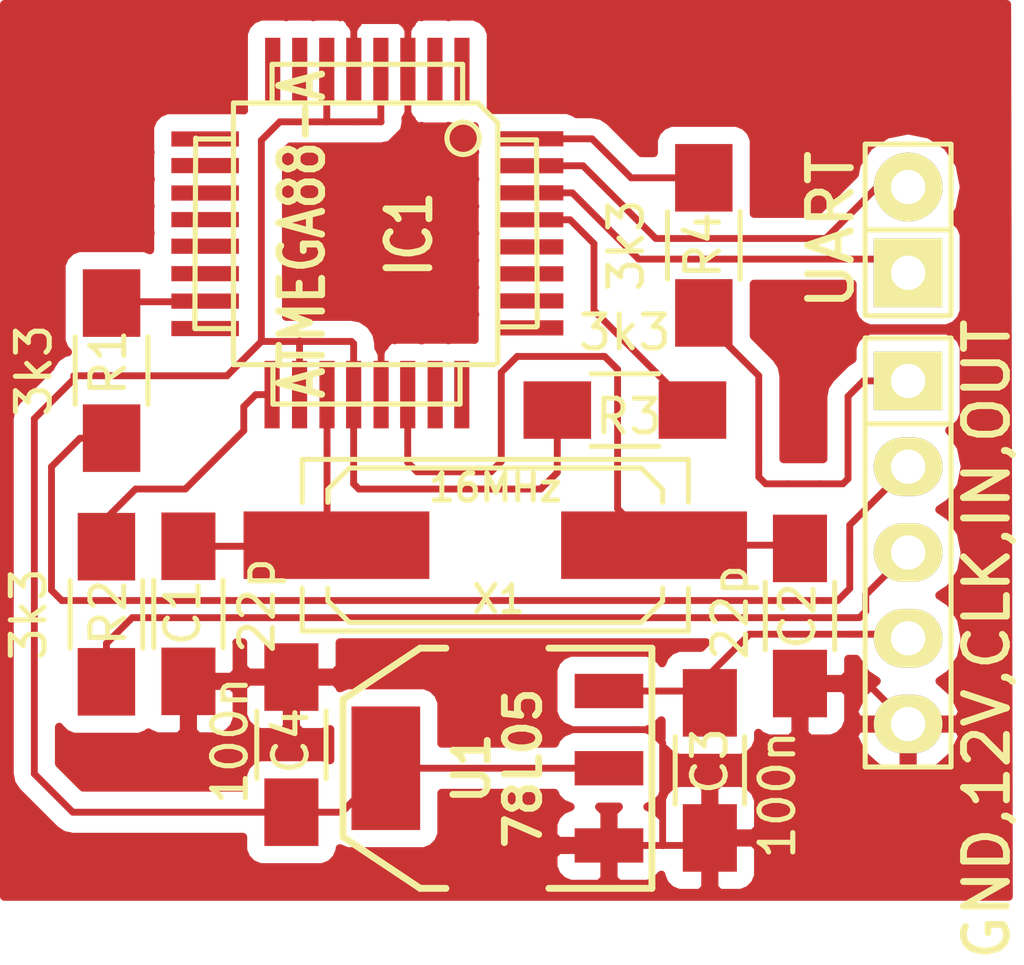
<source format=kicad_pcb>
(kicad_pcb (version 20170123) (host pcbnew no-vcs-found-7602~57~ubuntu16.04.1)

  (general
    (links 30)
    (no_connects 0)
    (area 113.8333 102.6668 144.597 131.420124)
    (thickness 1.6002)
    (drawings 0)
    (tracks 148)
    (zones 0)
    (modules 13)
    (nets 15)
  )

  (page A4)
  (title_block
    (date "25 feb 2014")
  )

  (layers
    (0 Front signal)
    (31 Back signal)
    (32 B.Adhes user)
    (33 F.Adhes user)
    (34 B.Paste user)
    (35 F.Paste user)
    (36 B.SilkS user)
    (37 F.SilkS user)
    (38 B.Mask user)
    (39 F.Mask user)
    (40 Dwgs.User user)
    (41 Cmts.User user)
    (42 Eco1.User user)
    (43 Eco2.User user)
    (44 Edge.Cuts user)
  )

  (setup
    (last_trace_width 0.2032)
    (trace_clearance 0.254)
    (zone_clearance 0.508)
    (zone_45_only no)
    (trace_min 0.2032)
    (segment_width 0.381)
    (edge_width 0.381)
    (via_size 0.889)
    (via_drill 0.635)
    (via_min_size 0.889)
    (via_min_drill 0.508)
    (uvia_size 0.508)
    (uvia_drill 0.127)
    (uvias_allowed no)
    (uvia_min_size 0.508)
    (uvia_min_drill 0.127)
    (pcb_text_width 0.3048)
    (pcb_text_size 1.524 2.032)
    (mod_edge_width 0.381)
    (mod_text_size 1.524 1.524)
    (mod_text_width 0.3048)
    (pad_size 1.524 1.524)
    (pad_drill 0.8128)
    (pad_to_mask_clearance 0.254)
    (aux_axis_origin 0 0)
    (visible_elements FFFFFFFF)
    (pcbplotparams
      (layerselection 0x00020_7fffffff)
      (usegerberextensions true)
      (excludeedgelayer true)
      (linewidth 0.150000)
      (plotframeref false)
      (viasonmask false)
      (mode 1)
      (useauxorigin false)
      (hpglpennumber 1)
      (hpglpenspeed 20)
      (hpglpendiameter 15)
      (psnegative false)
      (psa4output false)
      (plotreference true)
      (plotvalue true)
      (plotinvisibletext false)
      (padsonsilk false)
      (subtractmaskfromsilk false)
      (outputformat 1)
      (mirror false)
      (drillshape 0)
      (scaleselection 1)
      (outputdirectory /home/nail/tmp/plot/))
  )

  (net 0 "")
  (net 1 +5V)
  (net 2 /Clock)
  (net 3 /DataIn)
  (net 4 /DataOut)
  (net 5 GND)
  (net 6 "Net-(C1-Pad2)")
  (net 7 "Net-(C2-Pad2)")
  (net 8 +12V)
  (net 9 "Net-(IC1-Pad17)")
  (net 10 "Net-(IC1-Pad32)")
  (net 11 "Net-(IC1-Pad29)")
  (net 12 "Net-(IC1-Pad15)")
  (net 13 TX)
  (net 14 RX)

  (net_class Default "This is the default net class."
    (clearance 0.254)
    (trace_width 0.2032)
    (via_dia 0.889)
    (via_drill 0.635)
    (uvia_dia 0.508)
    (uvia_drill 0.127)
    (add_net +12V)
    (add_net +5V)
    (add_net /Clock)
    (add_net /DataIn)
    (add_net /DataOut)
    (add_net GND)
    (add_net "Net-(C1-Pad2)")
    (add_net "Net-(C2-Pad2)")
    (add_net "Net-(IC1-Pad15)")
    (add_net "Net-(IC1-Pad17)")
    (add_net "Net-(IC1-Pad29)")
    (add_net "Net-(IC1-Pad32)")
    (add_net RX)
    (add_net TX)
  )

  (module Capacitors_SMD:C_1206_HandSoldering (layer Front) (tedit 541A9C03) (tstamp 54353CA2)
    (at 119.5705 120.8405 90)
    (descr "Capacitor SMD 1206, hand soldering")
    (tags "capacitor 1206")
    (path /530C7703)
    (attr smd)
    (fp_text reference C1 (at 0.0405 -0.1705 90) (layer F.SilkS)
      (effects (font (size 1 1) (thickness 0.15)))
    )
    (fp_text value 22p (at 0.2405 2.0295 90) (layer F.SilkS)
      (effects (font (size 1 1) (thickness 0.15)))
    )
    (fp_line (start -3.3 -1.15) (end 3.3 -1.15) (layer F.CrtYd) (width 0.05))
    (fp_line (start -3.3 1.15) (end 3.3 1.15) (layer F.CrtYd) (width 0.05))
    (fp_line (start -3.3 -1.15) (end -3.3 1.15) (layer F.CrtYd) (width 0.05))
    (fp_line (start 3.3 -1.15) (end 3.3 1.15) (layer F.CrtYd) (width 0.05))
    (fp_line (start 1 -1.025) (end -1 -1.025) (layer F.SilkS) (width 0.15))
    (fp_line (start -1 1.025) (end 1 1.025) (layer F.SilkS) (width 0.15))
    (pad 1 smd rect (at -2 0 90) (size 2 1.6) (layers Front F.Paste F.Mask)
      (net 5 GND))
    (pad 2 smd rect (at 2 0 90) (size 2 1.6) (layers Front F.Paste F.Mask)
      (net 6 "Net-(C1-Pad2)"))
    (model Capacitors_SMD/C_1206N.wrl
      (at (xyz 0 0 0))
      (scale (xyz 1 1 1))
      (rotate (xyz 0 0 0))
    )
  )

  (module Capacitors_SMD:C_1206_HandSoldering (layer Front) (tedit 541A9C03) (tstamp 54353CAD)
    (at 137.668 120.904 90)
    (descr "Capacitor SMD 1206, hand soldering")
    (tags "capacitor 1206")
    (path /530C7707)
    (attr smd)
    (fp_text reference C2 (at 0 -0.068 90) (layer F.SilkS)
      (effects (font (size 1 1) (thickness 0.15)))
    )
    (fp_text value 22p (at 0.104 -2.068 90) (layer F.SilkS)
      (effects (font (size 1 1) (thickness 0.15)))
    )
    (fp_line (start -3.3 -1.15) (end 3.3 -1.15) (layer F.CrtYd) (width 0.05))
    (fp_line (start -3.3 1.15) (end 3.3 1.15) (layer F.CrtYd) (width 0.05))
    (fp_line (start -3.3 -1.15) (end -3.3 1.15) (layer F.CrtYd) (width 0.05))
    (fp_line (start 3.3 -1.15) (end 3.3 1.15) (layer F.CrtYd) (width 0.05))
    (fp_line (start 1 -1.025) (end -1 -1.025) (layer F.SilkS) (width 0.15))
    (fp_line (start -1 1.025) (end 1 1.025) (layer F.SilkS) (width 0.15))
    (pad 1 smd rect (at -2 0 90) (size 2 1.6) (layers Front F.Paste F.Mask)
      (net 5 GND))
    (pad 2 smd rect (at 2 0 90) (size 2 1.6) (layers Front F.Paste F.Mask)
      (net 7 "Net-(C2-Pad2)"))
    (model Capacitors_SMD/C_1206N.wrl
      (at (xyz 0 0 0))
      (scale (xyz 1 1 1))
      (rotate (xyz 0 0 0))
    )
  )

  (module Capacitors_SMD:C_1206_HandSoldering (layer Front) (tedit 541A9C03) (tstamp 54353CB8)
    (at 135.001 125.476 270)
    (descr "Capacitor SMD 1206, hand soldering")
    (tags "capacitor 1206")
    (path /530C7FD9)
    (attr smd)
    (fp_text reference C3 (at -0.276 0.001 270) (layer F.SilkS)
      (effects (font (size 1 1) (thickness 0.15)))
    )
    (fp_text value 100n (at 0.724 -1.999 270) (layer F.SilkS)
      (effects (font (size 1 1) (thickness 0.15)))
    )
    (fp_line (start -3.3 -1.15) (end 3.3 -1.15) (layer F.CrtYd) (width 0.05))
    (fp_line (start -3.3 1.15) (end 3.3 1.15) (layer F.CrtYd) (width 0.05))
    (fp_line (start -3.3 -1.15) (end -3.3 1.15) (layer F.CrtYd) (width 0.05))
    (fp_line (start 3.3 -1.15) (end 3.3 1.15) (layer F.CrtYd) (width 0.05))
    (fp_line (start 1 -1.025) (end -1 -1.025) (layer F.SilkS) (width 0.15))
    (fp_line (start -1 1.025) (end 1 1.025) (layer F.SilkS) (width 0.15))
    (pad 1 smd rect (at -2 0 270) (size 2 1.6) (layers Front F.Paste F.Mask)
      (net 8 +12V))
    (pad 2 smd rect (at 2 0 270) (size 2 1.6) (layers Front F.Paste F.Mask)
      (net 5 GND))
    (model Capacitors_SMD/C_1206N.wrl
      (at (xyz 0 0 0))
      (scale (xyz 1 1 1))
      (rotate (xyz 0 0 0))
    )
  )

  (module Capacitors_SMD:C_1206_HandSoldering (layer Front) (tedit 541A9C03) (tstamp 54353CC3)
    (at 122.6185 124.714 90)
    (descr "Capacitor SMD 1206, hand soldering")
    (tags "capacitor 1206")
    (path /530C7FE2)
    (attr smd)
    (fp_text reference C4 (at 0.114 -0.0185 90) (layer F.SilkS)
      (effects (font (size 1 1) (thickness 0.15)))
    )
    (fp_text value 100n (at 0.114 -1.8185 90) (layer F.SilkS)
      (effects (font (size 1 1) (thickness 0.15)))
    )
    (fp_line (start -3.3 -1.15) (end 3.3 -1.15) (layer F.CrtYd) (width 0.05))
    (fp_line (start -3.3 1.15) (end 3.3 1.15) (layer F.CrtYd) (width 0.05))
    (fp_line (start -3.3 -1.15) (end -3.3 1.15) (layer F.CrtYd) (width 0.05))
    (fp_line (start 3.3 -1.15) (end 3.3 1.15) (layer F.CrtYd) (width 0.05))
    (fp_line (start 1 -1.025) (end -1 -1.025) (layer F.SilkS) (width 0.15))
    (fp_line (start -1 1.025) (end 1 1.025) (layer F.SilkS) (width 0.15))
    (pad 1 smd rect (at -2 0 90) (size 2 1.6) (layers Front F.Paste F.Mask)
      (net 1 +5V))
    (pad 2 smd rect (at 2 0 90) (size 2 1.6) (layers Front F.Paste F.Mask)
      (net 5 GND))
    (model Capacitors_SMD/C_1206N.wrl
      (at (xyz 0 0 0))
      (scale (xyz 1 1 1))
      (rotate (xyz 0 0 0))
    )
  )

  (module SMD_Packages:TQFP-32 (layer Front) (tedit 54353C52) (tstamp 543558C0)
    (at 124.841 109.601 270)
    (path /530C76C5)
    (fp_text reference IC1 (at 0 -1.27 270) (layer F.SilkS)
      (effects (font (size 1.27 1.016) (thickness 0.2032)))
    )
    (fp_text value ATMEGA88-A (at 0 1.905 270) (layer F.SilkS)
      (effects (font (size 1.27 1.016) (thickness 0.2032)))
    )
    (fp_line (start 5.0292 2.7686) (end 3.8862 2.7686) (layer F.SilkS) (width 0.1524))
    (fp_line (start 5.0292 -2.7686) (end 3.9116 -2.7686) (layer F.SilkS) (width 0.1524))
    (fp_line (start 5.0292 2.7686) (end 5.0292 -2.7686) (layer F.SilkS) (width 0.1524))
    (fp_line (start 2.794 3.9624) (end 2.794 5.0546) (layer F.SilkS) (width 0.1524))
    (fp_line (start -2.8194 3.9878) (end -2.8194 5.0546) (layer F.SilkS) (width 0.1524))
    (fp_line (start -2.8448 5.0546) (end 2.794 5.08) (layer F.SilkS) (width 0.1524))
    (fp_line (start -2.794 -5.0292) (end 2.7178 -5.0546) (layer F.SilkS) (width 0.1524))
    (fp_line (start -3.8862 -3.2766) (end -3.8862 3.9116) (layer F.SilkS) (width 0.1524))
    (fp_line (start 2.7432 -5.0292) (end 2.7432 -3.9878) (layer F.SilkS) (width 0.1524))
    (fp_line (start -3.2512 -3.8862) (end 3.81 -3.8862) (layer F.SilkS) (width 0.1524))
    (fp_line (start 3.8608 3.937) (end 3.8608 -3.7846) (layer F.SilkS) (width 0.1524))
    (fp_line (start -3.8862 3.937) (end 3.7338 3.937) (layer F.SilkS) (width 0.1524))
    (fp_line (start -5.0292 -2.8448) (end -5.0292 2.794) (layer F.SilkS) (width 0.1524))
    (fp_line (start -5.0292 2.794) (end -3.8862 2.794) (layer F.SilkS) (width 0.1524))
    (fp_line (start -3.87604 -3.302) (end -3.29184 -3.8862) (layer F.SilkS) (width 0.1524))
    (fp_line (start -5.02412 -2.8448) (end -3.87604 -2.8448) (layer F.SilkS) (width 0.1524))
    (fp_line (start -2.794 -3.8862) (end -2.794 -5.03428) (layer F.SilkS) (width 0.1524))
    (fp_circle (center -2.83972 -2.86004) (end -2.43332 -2.60604) (layer F.SilkS) (width 0.1524))
    (pad 8 smd rect (at -4.81584 2.77622 270) (size 1.99898 0.44958) (layers Front F.Paste F.Mask))
    (pad 7 smd rect (at -4.81584 1.97612 270) (size 1.99898 0.44958) (layers Front F.Paste F.Mask))
    (pad 6 smd rect (at -4.81584 1.17602 270) (size 1.99898 0.44958) (layers Front F.Paste F.Mask)
      (net 1 +5V))
    (pad 5 smd rect (at -4.81584 0.37592 270) (size 1.99898 0.44958) (layers Front F.Paste F.Mask)
      (net 5 GND))
    (pad 4 smd rect (at -4.81584 -0.42418 270) (size 1.99898 0.44958) (layers Front F.Paste F.Mask)
      (net 1 +5V))
    (pad 3 smd rect (at -4.81584 -1.22428 270) (size 1.99898 0.44958) (layers Front F.Paste F.Mask)
      (net 5 GND))
    (pad 2 smd rect (at -4.81584 -2.02438 270) (size 1.99898 0.44958) (layers Front F.Paste F.Mask))
    (pad 1 smd rect (at -4.81584 -2.82448 270) (size 1.99898 0.44958) (layers Front F.Paste F.Mask))
    (pad 24 smd rect (at 4.7498 -2.8194 270) (size 1.99898 0.44958) (layers Front F.Paste F.Mask))
    (pad 17 smd rect (at 4.7498 2.794 270) (size 1.99898 0.44958) (layers Front F.Paste F.Mask)
      (net 9 "Net-(IC1-Pad17)"))
    (pad 18 smd rect (at 4.7498 1.9812 270) (size 1.99898 0.44958) (layers Front F.Paste F.Mask)
      (net 1 +5V))
    (pad 19 smd rect (at 4.7498 1.1684 270) (size 1.99898 0.44958) (layers Front F.Paste F.Mask)
      (net 6 "Net-(C1-Pad2)"))
    (pad 20 smd rect (at 4.7498 0.381 270) (size 1.99898 0.44958) (layers Front F.Paste F.Mask)
      (net 1 +5V))
    (pad 21 smd rect (at 4.7498 -0.4318 270) (size 1.99898 0.44958) (layers Front F.Paste F.Mask)
      (net 5 GND))
    (pad 22 smd rect (at 4.7498 -1.2192 270) (size 1.99898 0.44958) (layers Front F.Paste F.Mask)
      (net 7 "Net-(C2-Pad2)"))
    (pad 23 smd rect (at 4.7498 -2.032 270) (size 1.99898 0.44958) (layers Front F.Paste F.Mask))
    (pad 32 smd rect (at -2.82448 -4.826 270) (size 0.44958 1.99898) (layers Front F.Paste F.Mask)
      (net 10 "Net-(IC1-Pad32)"))
    (pad 31 smd rect (at -2.02692 -4.826 270) (size 0.44958 1.99898) (layers Front F.Paste F.Mask)
      (net 13 TX))
    (pad 30 smd rect (at -1.22428 -4.826 270) (size 0.44958 1.99898) (layers Front F.Paste F.Mask)
      (net 14 RX))
    (pad 29 smd rect (at -0.42672 -4.826 270) (size 0.44958 1.99898) (layers Front F.Paste F.Mask)
      (net 11 "Net-(IC1-Pad29)"))
    (pad 28 smd rect (at 0.37592 -4.826 270) (size 0.44958 1.99898) (layers Front F.Paste F.Mask))
    (pad 27 smd rect (at 1.17348 -4.826 270) (size 0.44958 1.99898) (layers Front F.Paste F.Mask))
    (pad 26 smd rect (at 1.97612 -4.826 270) (size 0.44958 1.99898) (layers Front F.Paste F.Mask))
    (pad 25 smd rect (at 2.77368 -4.826 270) (size 0.44958 1.99898) (layers Front F.Paste F.Mask))
    (pad 9 smd rect (at -2.8194 4.7752 270) (size 0.44958 1.99898) (layers Front F.Paste F.Mask))
    (pad 10 smd rect (at -2.032 4.7752 270) (size 0.44958 1.99898) (layers Front F.Paste F.Mask))
    (pad 11 smd rect (at -1.2192 4.7752 270) (size 0.44958 1.99898) (layers Front F.Paste F.Mask))
    (pad 12 smd rect (at -0.4318 4.7752 270) (size 0.44958 1.99898) (layers Front F.Paste F.Mask))
    (pad 13 smd rect (at 0.3556 4.7752 270) (size 0.44958 1.99898) (layers Front F.Paste F.Mask))
    (pad 14 smd rect (at 1.1684 4.7752 270) (size 0.44958 1.99898) (layers Front F.Paste F.Mask))
    (pad 15 smd rect (at 1.9812 4.7752 270) (size 0.44958 1.99898) (layers Front F.Paste F.Mask)
      (net 12 "Net-(IC1-Pad15)"))
    (pad 16 smd rect (at 2.794 4.7752 270) (size 0.44958 1.99898) (layers Front F.Paste F.Mask))
    (model smd/tqfp32.wrl
      (at (xyz 0 0 0))
      (scale (xyz 1 1 1))
      (rotate (xyz 0 0 0))
    )
  )

  (module Pin_Headers:Pin_Header_Straight_1x05 (layer Front) (tedit 58ADA944) (tstamp 54353D03)
    (at 140.8684 119.0244 270)
    (descr "Through hole pin header")
    (tags "pin header")
    (path /530C9435)
    (fp_text reference GND,12V,CLK,IN,OUT (at 2.5756 -2.3316 270) (layer F.SilkS)
      (effects (font (size 1.27 1.27) (thickness 0.2032)))
    )
    (fp_text value CONN_5 (at 0 0 270) (layer F.SilkS) hide
      (effects (font (size 1.27 1.27) (thickness 0.2032)))
    )
    (fp_line (start -3.81 -1.27) (end 6.35 -1.27) (layer F.SilkS) (width 0.15))
    (fp_line (start 6.35 -1.27) (end 6.35 1.27) (layer F.SilkS) (width 0.15))
    (fp_line (start 6.35 1.27) (end -3.81 1.27) (layer F.SilkS) (width 0.15))
    (fp_line (start -6.35 -1.27) (end -3.81 -1.27) (layer F.SilkS) (width 0.15))
    (fp_line (start -3.81 -1.27) (end -3.81 1.27) (layer F.SilkS) (width 0.15))
    (fp_line (start -6.35 -1.27) (end -6.35 1.27) (layer F.SilkS) (width 0.15))
    (fp_line (start -6.35 1.27) (end -3.81 1.27) (layer F.SilkS) (width 0.15))
    (pad 1 thru_hole rect (at -5.08 0 270) (size 1.7272 2.032) (drill 1.016) (layers *.Cu *.Mask F.SilkS)
      (net 4 /DataOut))
    (pad 2 thru_hole oval (at -2.54 0 270) (size 1.7272 2.032) (drill 1.016) (layers *.Cu *.Mask F.SilkS)
      (net 3 /DataIn))
    (pad 3 thru_hole oval (at 0 0 270) (size 1.7272 2.032) (drill 1.016) (layers *.Cu *.Mask F.SilkS)
      (net 2 /Clock))
    (pad 4 thru_hole oval (at 2.54 0 270) (size 1.7272 2.032) (drill 1.016) (layers *.Cu *.Mask F.SilkS)
      (net 8 +12V))
    (pad 5 thru_hole oval (at 5.08 0 270) (size 1.7272 2.032) (drill 1.016) (layers *.Cu *.Mask F.SilkS)
      (net 5 GND))
    (model Pin_Headers/Pin_Header_Straight_1x05.wrl
      (at (xyz 0 0 0))
      (scale (xyz 1 1 1))
      (rotate (xyz 0 0 0))
    )
  )

  (module Resistors_SMD:R_1206_HandSoldering (layer Front) (tedit 5418A20D) (tstamp 54353D12)
    (at 117.2972 113.6396 270)
    (descr "Resistor SMD 1206, hand soldering")
    (tags "resistor 1206")
    (path /530C77F4)
    (attr smd)
    (fp_text reference R1 (at -0.2396 0.0972 270) (layer F.SilkS)
      (effects (font (size 1 1) (thickness 0.15)))
    )
    (fp_text value 3k3 (at 0 2.3 270) (layer F.SilkS)
      (effects (font (size 1 1) (thickness 0.15)))
    )
    (fp_line (start -3.3 -1.2) (end 3.3 -1.2) (layer F.CrtYd) (width 0.05))
    (fp_line (start -3.3 1.2) (end 3.3 1.2) (layer F.CrtYd) (width 0.05))
    (fp_line (start -3.3 -1.2) (end -3.3 1.2) (layer F.CrtYd) (width 0.05))
    (fp_line (start 3.3 -1.2) (end 3.3 1.2) (layer F.CrtYd) (width 0.05))
    (fp_line (start 1 1.075) (end -1 1.075) (layer F.SilkS) (width 0.15))
    (fp_line (start -1 -1.075) (end 1 -1.075) (layer F.SilkS) (width 0.15))
    (pad 1 smd rect (at -2 0 270) (size 2 1.7) (layers Front F.Paste F.Mask)
      (net 12 "Net-(IC1-Pad15)"))
    (pad 2 smd rect (at 2 0 270) (size 2 1.7) (layers Front F.Paste F.Mask)
      (net 3 /DataIn))
    (model Resistors_SMD/R_1206.wrl
      (at (xyz 0 0 0))
      (scale (xyz 1 1 1))
      (rotate (xyz 0 0 0))
    )
  )

  (module Resistors_SMD:R_1206_HandSoldering (layer Front) (tedit 5418A20D) (tstamp 54353D1D)
    (at 117.1448 120.8532 270)
    (descr "Resistor SMD 1206, hand soldering")
    (tags "resistor 1206")
    (path /530C78F0)
    (attr smd)
    (fp_text reference R2 (at -0.0532 -0.0552 270) (layer F.SilkS)
      (effects (font (size 1 1) (thickness 0.15)))
    )
    (fp_text value 3k3 (at 0 2.3 270) (layer F.SilkS)
      (effects (font (size 1 1) (thickness 0.15)))
    )
    (fp_line (start -3.3 -1.2) (end 3.3 -1.2) (layer F.CrtYd) (width 0.05))
    (fp_line (start -3.3 1.2) (end 3.3 1.2) (layer F.CrtYd) (width 0.05))
    (fp_line (start -3.3 -1.2) (end -3.3 1.2) (layer F.CrtYd) (width 0.05))
    (fp_line (start 3.3 -1.2) (end 3.3 1.2) (layer F.CrtYd) (width 0.05))
    (fp_line (start 1 1.075) (end -1 1.075) (layer F.SilkS) (width 0.15))
    (fp_line (start -1 -1.075) (end 1 -1.075) (layer F.SilkS) (width 0.15))
    (pad 1 smd rect (at -2 0 270) (size 2 1.7) (layers Front F.Paste F.Mask)
      (net 9 "Net-(IC1-Pad17)"))
    (pad 2 smd rect (at 2 0 270) (size 2 1.7) (layers Front F.Paste F.Mask)
      (net 2 /Clock))
    (model Resistors_SMD/R_1206.wrl
      (at (xyz 0 0 0))
      (scale (xyz 1 1 1))
      (rotate (xyz 0 0 0))
    )
  )

  (module Resistors_SMD:R_1206_HandSoldering (layer Front) (tedit 5418A20D) (tstamp 54353D33)
    (at 132.4864 114.808 180)
    (descr "Resistor SMD 1206, hand soldering")
    (tags "resistor 1206")
    (path /532072FD)
    (attr smd)
    (fp_text reference R3 (at -0.1136 -0.192 180) (layer F.SilkS)
      (effects (font (size 1 1) (thickness 0.15)))
    )
    (fp_text value 3k3 (at 0 2.3 180) (layer F.SilkS)
      (effects (font (size 1 1) (thickness 0.15)))
    )
    (fp_line (start -3.3 -1.2) (end 3.3 -1.2) (layer F.CrtYd) (width 0.05))
    (fp_line (start -3.3 1.2) (end 3.3 1.2) (layer F.CrtYd) (width 0.05))
    (fp_line (start -3.3 -1.2) (end -3.3 1.2) (layer F.CrtYd) (width 0.05))
    (fp_line (start 3.3 -1.2) (end 3.3 1.2) (layer F.CrtYd) (width 0.05))
    (fp_line (start 1 1.075) (end -1 1.075) (layer F.SilkS) (width 0.15))
    (fp_line (start -1 -1.075) (end 1 -1.075) (layer F.SilkS) (width 0.15))
    (pad 1 smd rect (at -2 0 180) (size 2 1.7) (layers Front F.Paste F.Mask)
      (net 11 "Net-(IC1-Pad29)"))
    (pad 2 smd rect (at 2 0 180) (size 2 1.7) (layers Front F.Paste F.Mask)
      (net 1 +5V))
    (model Resistors_SMD/R_1206.wrl
      (at (xyz 0 0 0))
      (scale (xyz 1 1 1))
      (rotate (xyz 0 0 0))
    )
  )

  (module Resistors_SMD:R_1206_HandSoldering (layer Front) (tedit 5418A20D) (tstamp 54353D34)
    (at 134.8232 109.9312 270)
    (descr "Resistor SMD 1206, hand soldering")
    (tags "resistor 1206")
    (path /530C77E3)
    (attr smd)
    (fp_text reference R4 (at 0 0.0232 270) (layer F.SilkS)
      (effects (font (size 1 1) (thickness 0.15)))
    )
    (fp_text value 3k3 (at 0 2.3 270) (layer F.SilkS)
      (effects (font (size 1 1) (thickness 0.15)))
    )
    (fp_line (start -3.3 -1.2) (end 3.3 -1.2) (layer F.CrtYd) (width 0.05))
    (fp_line (start -3.3 1.2) (end 3.3 1.2) (layer F.CrtYd) (width 0.05))
    (fp_line (start -3.3 -1.2) (end -3.3 1.2) (layer F.CrtYd) (width 0.05))
    (fp_line (start 3.3 -1.2) (end 3.3 1.2) (layer F.CrtYd) (width 0.05))
    (fp_line (start 1 1.075) (end -1 1.075) (layer F.SilkS) (width 0.15))
    (fp_line (start -1 -1.075) (end 1 -1.075) (layer F.SilkS) (width 0.15))
    (pad 1 smd rect (at -2 0 270) (size 2 1.7) (layers Front F.Paste F.Mask)
      (net 10 "Net-(IC1-Pad32)"))
    (pad 2 smd rect (at 2 0 270) (size 2 1.7) (layers Front F.Paste F.Mask)
      (net 4 /DataOut))
    (model Resistors_SMD/R_1206.wrl
      (at (xyz 0 0 0))
      (scale (xyz 1 1 1))
      (rotate (xyz 0 0 0))
    )
  )

  (module my_modules:SOT-223-REGULATOR (layer Front) (tedit 542D4F10) (tstamp 54353D3F)
    (at 128.7145 125.4125 90)
    (descr "module CMS SOT223 4 pins")
    (tags "CMS SOT")
    (path /530C7FFF)
    (attr smd)
    (fp_text reference U1 (at 0 -0.762 90) (layer F.SilkS)
      (effects (font (size 1.016 1.016) (thickness 0.2032)))
    )
    (fp_text value 78L05 (at 0 0.762 90) (layer F.SilkS)
      (effects (font (size 1.016 1.016) (thickness 0.2032)))
    )
    (fp_line (start -3.556 1.524) (end -3.556 4.572) (layer F.SilkS) (width 0.2032))
    (fp_line (start -3.556 4.572) (end 3.556 4.572) (layer F.SilkS) (width 0.2032))
    (fp_line (start 3.556 4.572) (end 3.556 1.524) (layer F.SilkS) (width 0.2032))
    (fp_line (start -3.556 -1.524) (end -3.556 -2.286) (layer F.SilkS) (width 0.2032))
    (fp_line (start -3.556 -2.286) (end -2.032 -4.572) (layer F.SilkS) (width 0.2032))
    (fp_line (start -2.032 -4.572) (end 2.032 -4.572) (layer F.SilkS) (width 0.2032))
    (fp_line (start 2.032 -4.572) (end 3.556 -2.286) (layer F.SilkS) (width 0.2032))
    (fp_line (start 3.556 -2.286) (end 3.556 -1.524) (layer F.SilkS) (width 0.2032))
    (pad VO smd rect (at 0 -3.302 90) (size 3.6576 2.032) (layers Front F.Paste F.Mask)
      (net 1 +5V))
    (pad VO smd rect (at 0 3.302 90) (size 1.016 2.032) (layers Front F.Paste F.Mask)
      (net 1 +5V))
    (pad VI smd rect (at 2.286 3.302 90) (size 1.016 2.032) (layers Front F.Paste F.Mask)
      (net 8 +12V))
    (pad GND smd rect (at -2.286 3.302 90) (size 1.016 2.032) (layers Front F.Paste F.Mask)
      (net 5 GND))
    (model smd/SOT223.wrl
      (at (xyz 0 0 0))
      (scale (xyz 0.4 0.4 0.4))
      (rotate (xyz 0 0 0))
    )
  )

  (module Crystals_Oscillators_SMD:Q_49U3HMS (layer Front) (tedit 58ADA91C) (tstamp 54353D4E)
    (at 128.651 118.8085 180)
    (path /530C76D9)
    (fp_text reference X1 (at -0.1 -1.6 180) (layer F.SilkS)
      (effects (font (size 0.8 0.8) (thickness 0.15)))
    )
    (fp_text value 16MHz (at 0 1.7 180) (layer F.SilkS)
      (effects (font (size 0.8 0.8) (thickness 0.15)))
    )
    (fp_line (start -4.953 -1.651) (end -4.953 -1.27) (layer F.SilkS) (width 0.15))
    (fp_line (start -4.953 1.651) (end -4.953 1.27) (layer F.SilkS) (width 0.15))
    (fp_line (start 4.953 1.651) (end 4.953 1.27) (layer F.SilkS) (width 0.15))
    (fp_line (start 4.953 -1.651) (end 4.953 -1.27) (layer F.SilkS) (width 0.15))
    (fp_line (start 5.715 -2.54) (end 5.715 -1.27) (layer F.SilkS) (width 0.15))
    (fp_line (start 5.715 2.54) (end 5.715 1.27) (layer F.SilkS) (width 0.15))
    (fp_line (start -5.715 2.54) (end -5.715 1.27) (layer F.SilkS) (width 0.15))
    (fp_line (start -5.715 -2.54) (end -5.715 -1.27) (layer F.SilkS) (width 0.15))
    (fp_line (start -4.953 1.651) (end -4.318 2.286) (layer F.SilkS) (width 0.15))
    (fp_line (start -4.318 2.286) (end 4.318 2.286) (layer F.SilkS) (width 0.15))
    (fp_line (start 4.318 2.286) (end 4.953 1.651) (layer F.SilkS) (width 0.15))
    (fp_line (start 4.953 -1.651) (end 4.318 -2.286) (layer F.SilkS) (width 0.15))
    (fp_line (start 4.318 -2.286) (end -4.318 -2.286) (layer F.SilkS) (width 0.15))
    (fp_line (start -4.318 -2.286) (end -4.953 -1.651) (layer F.SilkS) (width 0.15))
    (fp_line (start 5.715 2.54) (end -5.715 2.54) (layer F.SilkS) (width 0.15))
    (fp_line (start -5.715 -2.54) (end 5.715 -2.54) (layer F.SilkS) (width 0.15))
    (pad 1 smd rect (at -4.699 0 180) (size 5.4991 1.99898) (layers Front F.Paste F.Mask)
      (net 7 "Net-(C2-Pad2)"))
    (pad 2 smd rect (at 4.699 0 180) (size 5.4991 1.99898) (layers Front F.Paste F.Mask)
      (net 6 "Net-(C1-Pad2)"))
    (model smd/smd_crystal&oscillator/crystal_hc-49-smd.wrl
      (at (xyz 0 0 0))
      (scale (xyz 1 1 1))
      (rotate (xyz 0 0 0))
    )
  )

  (module Pin_Headers:Pin_Header_Straight_1x02 (layer Front) (tedit 58ADA92B) (tstamp 543559B8)
    (at 140.8684 109.474 90)
    (descr "Through hole pin header")
    (tags "pin header")
    (path /54357812)
    (fp_text reference UART (at 0 -2.286 90) (layer F.SilkS)
      (effects (font (size 1.27 1.27) (thickness 0.2032)))
    )
    (fp_text value CONN_2 (at 0 0 90) (layer F.SilkS) hide
      (effects (font (size 1.27 1.27) (thickness 0.2032)))
    )
    (fp_line (start 0 -1.27) (end 0 1.27) (layer F.SilkS) (width 0.15))
    (fp_line (start -2.54 -1.27) (end -2.54 1.27) (layer F.SilkS) (width 0.15))
    (fp_line (start -2.54 1.27) (end 0 1.27) (layer F.SilkS) (width 0.15))
    (fp_line (start 0 1.27) (end 2.54 1.27) (layer F.SilkS) (width 0.15))
    (fp_line (start 2.54 1.27) (end 2.54 -1.27) (layer F.SilkS) (width 0.15))
    (fp_line (start 2.54 -1.27) (end -2.54 -1.27) (layer F.SilkS) (width 0.15))
    (pad 1 thru_hole rect (at -1.27 0 90) (size 2.032 2.032) (drill 1.016) (layers *.Cu *.Mask F.SilkS)
      (net 14 RX))
    (pad 2 thru_hole oval (at 1.27 0 90) (size 2.032 2.032) (drill 1.016) (layers *.Cu *.Mask F.SilkS)
      (net 13 TX))
    (model Pin_Headers/Pin_Header_Straight_1x02.wrl
      (at (xyz 0 0 0))
      (scale (xyz 1 1 1))
      (rotate (xyz 0 0 0))
    )
  )

  (segment (start 116.1796 113.792) (end 116.1796 113.8936) (width 0.2032) (layer Front) (net 1))
  (segment (start 115.0112 115.062) (end 115.0112 125.5776) (width 0.2032) (layer Front) (net 1) (tstamp 54356281))
  (segment (start 116.1796 113.8936) (end 115.0112 115.062) (width 0.2032) (layer Front) (net 1) (tstamp 54356280))
  (segment (start 121.7295 112.776) (end 121.7295 106.8197) (width 0.2032) (layer Front) (net 1))
  (segment (start 122.2756 106.2736) (end 123.66498 106.2736) (width 0.2032) (layer Front) (net 1) (tstamp 54356246))
  (segment (start 121.7295 106.8197) (end 122.2756 106.2736) (width 0.2032) (layer Front) (net 1) (tstamp 54356245))
  (segment (start 123.66498 106.2736) (end 124.46 106.2736) (width 0.2032) (layer Front) (net 1))
  (segment (start 124.46 106.2736) (end 125.2728 106.2736) (width 0.2032) (layer Front) (net 1) (tstamp 54356242))
  (segment (start 125.2728 106.2736) (end 125.26518 106.26598) (width 0.2032) (layer Front) (net 1) (tstamp 5435623A))
  (segment (start 125.26518 106.26598) (end 125.26518 104.78516) (width 0.2032) (layer Front) (net 1) (tstamp 5435623B))
  (segment (start 124.46 114.3508) (end 124.46 116.9924) (width 0.2032) (layer Front) (net 1))
  (segment (start 130.4864 116.6556) (end 130.4864 114.808) (width 0.2032) (layer Front) (net 1) (tstamp 54356212))
  (segment (start 129.9972 117.1448) (end 130.4864 116.6556) (width 0.2032) (layer Front) (net 1) (tstamp 54356211))
  (segment (start 124.6124 117.1448) (end 129.9972 117.1448) (width 0.2032) (layer Front) (net 1) (tstamp 54356210))
  (segment (start 124.46 116.9924) (end 124.6124 117.1448) (width 0.2032) (layer Front) (net 1) (tstamp 5435620F))
  (segment (start 123.66498 106.2736) (end 123.66498 104.78516) (width 0.2032) (layer Front) (net 1) (tstamp 54356238))
  (segment (start 124.111 126.714) (end 122.6185 126.714) (width 0.2032) (layer Front) (net 1) (tstamp 54354183))
  (segment (start 125.4125 125.4125) (end 124.111 126.714) (width 0.2032) (layer Front) (net 1) (tstamp 54354182))
  (segment (start 132.0165 125.4125) (end 125.4125 125.4125) (width 0.2032) (layer Front) (net 1))
  (segment (start 121.7295 112.776) (end 120.7135 113.792) (width 0.2032) (layer Front) (net 1) (tstamp 54355931))
  (segment (start 122.8471 112.776) (end 121.7295 112.776) (width 0.2032) (layer Front) (net 1) (tstamp 54355930))
  (segment (start 122.8598 112.7633) (end 122.8471 112.776) (width 0.2032) (layer Front) (net 1) (tstamp 5435592F))
  (segment (start 120.7135 113.792) (end 116.1796 113.792) (width 0.2032) (layer Front) (net 1))
  (segment (start 122.8598 112.776) (end 122.8598 112.7633) (width 0.2032) (layer Front) (net 1) (tstamp 54355944))
  (segment (start 122.8598 114.3508) (end 122.8598 112.776) (width 0.2032) (layer Front) (net 1))
  (segment (start 124.46 114.3508) (end 124.46 112.8776) (width 0.2032) (layer Front) (net 1))
  (segment (start 124.46 112.8776) (end 124.46 112.8395) (width 0.2032) (layer Front) (net 1) (tstamp 54355E10))
  (segment (start 124.3965 112.776) (end 124.46 112.8395) (width 0.2032) (layer Front) (net 1) (tstamp 54355946))
  (segment (start 122.8598 112.776) (end 124.3965 112.776) (width 0.2032) (layer Front) (net 1))
  (segment (start 116.1476 126.714) (end 115.0112 125.5776) (width 0.2032) (layer Front) (net 1) (tstamp 54356097))
  (segment (start 122.6185 126.714) (end 116.1476 126.714) (width 0.2032) (layer Front) (net 1))
  (segment (start 139.614274 120.767474) (end 139.614274 120.278526) (width 0.2032) (layer Front) (net 2))
  (segment (start 139.614274 120.278526) (end 140.8684 119.0244) (width 0.2032) (layer Front) (net 2) (tstamp 543561CA))
  (segment (start 117.1448 121.7168) (end 117.1448 122.8532) (width 0.2032) (layer Front) (net 2) (tstamp 54356144))
  (segment (start 117.9068 120.9548) (end 117.1448 121.7168) (width 0.2032) (layer Front) (net 2) (tstamp 54356142))
  (segment (start 139.426948 120.9548) (end 117.9068 120.9548) (width 0.2032) (layer Front) (net 2) (tstamp 54356141))
  (segment (start 139.614274 120.767474) (end 139.426948 120.9548) (width 0.2032) (layer Front) (net 2) (tstamp 543561C8))
  (segment (start 139.1412 118.7704) (end 139.1412 118.2116) (width 0.2032) (layer Front) (net 3))
  (segment (start 139.1412 118.2116) (end 140.8684 116.4844) (width 0.2032) (layer Front) (net 3) (tstamp 543561D7))
  (segment (start 117.2972 115.6396) (end 116.364 115.6396) (width 0.2032) (layer Front) (net 3))
  (segment (start 139.1412 120.0912) (end 139.1412 118.7704) (width 0.2032) (layer Front) (net 3) (tstamp 54356119))
  (segment (start 138.7856 120.4468) (end 139.1412 120.0912) (width 0.2032) (layer Front) (net 3) (tstamp 54356118))
  (segment (start 115.824 120.4468) (end 138.7856 120.4468) (width 0.2032) (layer Front) (net 3) (tstamp 54356117))
  (segment (start 115.5192 120.142) (end 115.824 120.4468) (width 0.2032) (layer Front) (net 3) (tstamp 54356116))
  (segment (start 115.5192 116.4844) (end 115.5192 120.142) (width 0.2032) (layer Front) (net 3) (tstamp 54356114))
  (segment (start 116.364 115.6396) (end 115.5192 116.4844) (width 0.2032) (layer Front) (net 3) (tstamp 54356113))
  (segment (start 139.0904 116.6368) (end 139.0904 114.4016) (width 0.2032) (layer Front) (net 4))
  (segment (start 139.0904 114.4016) (end 139.446 114.046) (width 0.2032) (layer Front) (net 4) (tstamp 54356321))
  (segment (start 139.5476 113.9444) (end 140.8684 113.9444) (width 0.2032) (layer Front) (net 4) (tstamp 5435631C))
  (segment (start 139.446 114.046) (end 139.5476 113.9444) (width 0.2032) (layer Front) (net 4) (tstamp 54356324))
  (segment (start 138.2776 116.9924) (end 138.938 116.9924) (width 0.2032) (layer Front) (net 4))
  (segment (start 139.0904 116.84) (end 139.0904 116.6368) (width 0.2032) (layer Front) (net 4) (tstamp 54356314))
  (segment (start 138.938 116.9924) (end 139.0904 116.84) (width 0.2032) (layer Front) (net 4) (tstamp 54356313))
  (segment (start 136.4488 116.2812) (end 136.4488 116.7892) (width 0.2032) (layer Front) (net 4))
  (segment (start 136.652 116.9924) (end 137.3124 116.9924) (width 0.2032) (layer Front) (net 4) (tstamp 5435630E))
  (segment (start 136.4488 116.7892) (end 136.652 116.9924) (width 0.2032) (layer Front) (net 4) (tstamp 5435630C))
  (segment (start 134.8232 111.9312) (end 134.8232 112.1664) (width 0.2032) (layer Front) (net 4))
  (segment (start 134.8232 112.1664) (end 136.4488 113.792) (width 0.2032) (layer Front) (net 4) (tstamp 5435629E))
  (segment (start 137.3124 116.9924) (end 138.2776 116.9924) (width 0.2032) (layer Front) (net 4) (tstamp 54356311))
  (segment (start 136.4488 113.792) (end 136.4488 116.2812) (width 0.2032) (layer Front) (net 4) (tstamp 543562A0))
  (segment (start 132.7912 124.2695) (end 133.2103 124.2695) (width 0.2032) (layer Front) (net 5))
  (segment (start 133.604 124.6632) (end 133.604 127.6985) (width 0.2032) (layer Front) (net 5) (tstamp 54356344))
  (segment (start 133.2103 124.2695) (end 133.604 124.6632) (width 0.2032) (layer Front) (net 5) (tstamp 54356343))
  (segment (start 127.603 122.714) (end 122.6185 122.714) (width 0.2032) (layer Front) (net 5) (tstamp 54354188))
  (segment (start 127.603 122.714) (end 127.603 122.777) (width 0.2032) (layer Front) (net 5))
  (segment (start 129.0955 124.2695) (end 132.7912 124.2695) (width 0.2032) (layer Front) (net 5) (tstamp 5435574D))
  (segment (start 127.603 122.777) (end 129.0955 124.2695) (width 0.2032) (layer Front) (net 5) (tstamp 5435574B))
  (segment (start 124.6124 103.2764) (end 125.89256 103.2764) (width 0.2032) (layer Front) (net 5))
  (segment (start 125.8824 103.3272) (end 125.8824 103.26624) (width 0.2032) (layer Front) (net 5) (tstamp 54356235))
  (segment (start 125.8824 103.28656) (end 125.8824 103.3272) (width 0.2032) (layer Front) (net 5) (tstamp 54356234))
  (segment (start 125.89256 103.2764) (end 125.8824 103.28656) (width 0.2032) (layer Front) (net 5) (tstamp 54356233))
  (segment (start 126.06528 104.78516) (end 126.06528 103.44912) (width 0.2032) (layer Front) (net 5))
  (segment (start 126.06528 103.44912) (end 125.8824 103.26624) (width 0.2032) (layer Front) (net 5) (tstamp 5435622B))
  (segment (start 137.668 122.904) (end 139.668 122.904) (width 0.2032) (layer Front) (net 5))
  (segment (start 139.668 122.904) (end 140.8684 124.1044) (width 0.2032) (layer Front) (net 5) (tstamp 543561D0))
  (segment (start 124.46508 103.42372) (end 124.46508 104.78516) (width 0.2032) (layer Front) (net 5) (tstamp 54356197))
  (segment (start 124.6124 103.2764) (end 124.46508 103.42372) (width 0.2032) (layer Front) (net 5) (tstamp 54356231))
  (segment (start 137.8265 122.7455) (end 137.668 122.904) (width 0.2032) (layer Front) (net 5) (tstamp 54355EF3))
  (segment (start 125.2728 107.1372) (end 125.3236 107.1372) (width 0.2032) (layer Front) (net 5))
  (segment (start 125.3236 107.1372) (end 126.06528 106.39552) (width 0.2032) (layer Front) (net 5) (tstamp 54355E0C))
  (segment (start 126.06528 106.39552) (end 126.06528 104.78516) (width 0.2032) (layer Front) (net 5) (tstamp 54355E0D))
  (segment (start 125.2728 107.1372) (end 125.2728 108.712) (width 0.2032) (layer Front) (net 5) (tstamp 54355E04))
  (segment (start 119.5705 122.8405) (end 122.492 122.8405) (width 0.2032) (layer Front) (net 5))
  (segment (start 122.492 122.8405) (end 122.6185 122.714) (width 0.2032) (layer Front) (net 5) (tstamp 543559FE))
  (segment (start 137.1285 127.476) (end 137.668 126.9365) (width 0.2032) (layer Front) (net 5) (tstamp 5435417B))
  (segment (start 137.668 126.9365) (end 137.668 122.904) (width 0.2032) (layer Front) (net 5) (tstamp 5435417C))
  (segment (start 135.001 127.476) (end 137.1285 127.476) (width 0.2032) (layer Front) (net 5))
  (segment (start 134.7785 127.6985) (end 135.001 127.476) (width 0.2032) (layer Front) (net 5) (tstamp 5435417F))
  (segment (start 133.604 127.6985) (end 134.7785 127.6985) (width 0.2032) (layer Front) (net 5) (tstamp 54355756))
  (segment (start 132.0165 127.6985) (end 133.604 127.6985) (width 0.2032) (layer Front) (net 5))
  (segment (start 122.365 122.9675) (end 122.6185 122.714) (width 0.2032) (layer Front) (net 5) (tstamp 5435418D))
  (segment (start 125.2728 108.712) (end 125.2728 114.3508) (width 0.2032) (layer Front) (net 5) (tstamp 54355E09))
  (segment (start 123.92 118.8405) (end 123.952 118.8085) (width 0.2032) (layer Front) (net 6) (tstamp 543559FB))
  (segment (start 123.952 118.8085) (end 124.968 118.8085) (width 0.2032) (layer Front) (net 6))
  (segment (start 123.793 118.9675) (end 123.952 118.8085) (width 0.2032) (layer Front) (net 6) (tstamp 54354190))
  (segment (start 123.6726 118.5291) (end 123.952 118.8085) (width 0.2032) (layer Front) (net 6) (tstamp 5435591D))
  (segment (start 123.6726 114.3508) (end 123.6726 118.5291) (width 0.2032) (layer Front) (net 6))
  (segment (start 119.5705 118.8405) (end 123.92 118.8405) (width 0.2032) (layer Front) (net 6))
  (segment (start 126.0602 116.1288) (end 126.0602 116.3574) (width 0.2032) (layer Front) (net 7))
  (segment (start 126.3396 116.6368) (end 126.492 116.6368) (width 0.2032) (layer Front) (net 7) (tstamp 543562C3))
  (segment (start 126.0602 116.3574) (end 126.3396 116.6368) (width 0.2032) (layer Front) (net 7) (tstamp 543562C2))
  (segment (start 126.0602 114.3508) (end 126.0602 116.1288) (width 0.2032) (layer Front) (net 7))
  (segment (start 128.8288 113.6904) (end 129.2987 113.2205) (width 0.2032) (layer Front) (net 7) (tstamp 54356219))
  (segment (start 128.8288 116.332) (end 128.8288 113.6904) (width 0.2032) (layer Front) (net 7) (tstamp 54356218))
  (segment (start 128.524 116.6368) (end 128.8288 116.332) (width 0.2032) (layer Front) (net 7) (tstamp 54356217))
  (segment (start 126.492 116.6368) (end 128.524 116.6368) (width 0.2032) (layer Front) (net 7) (tstamp 54356216))
  (segment (start 131.826 113.2205) (end 131.8895 113.2205) (width 0.2032) (layer Front) (net 7))
  (segment (start 132.2705 117.729) (end 133.35 118.8085) (width 0.2032) (layer Front) (net 7) (tstamp 54355A07))
  (segment (start 132.2705 113.6015) (end 132.2705 117.729) (width 0.2032) (layer Front) (net 7) (tstamp 54355A06))
  (segment (start 131.8895 113.2205) (end 132.2705 113.6015) (width 0.2032) (layer Front) (net 7) (tstamp 54355A05))
  (segment (start 129.2987 113.2205) (end 131.826 113.2205) (width 0.2032) (layer Front) (net 7) (tstamp 5435621C))
  (segment (start 132.3975 118.8085) (end 133.35 118.8085) (width 0.2032) (layer Front) (net 7) (tstamp 543540F9))
  (segment (start 137.5725 118.8085) (end 137.668 118.904) (width 0.2032) (layer Front) (net 7) (tstamp 54354193))
  (segment (start 133.35 118.8085) (end 137.5725 118.8085) (width 0.2032) (layer Front) (net 7))
  (segment (start 132.6515 118.11) (end 133.35 118.8085) (width 0.2032) (layer Front) (net 7) (tstamp 54355918))
  (segment (start 139.1412 121.44375) (end 140.74775 121.44375) (width 0.2032) (layer Front) (net 8))
  (segment (start 140.74775 121.44375) (end 140.8684 121.5644) (width 0.2032) (layer Front) (net 8) (tstamp 543561C5))
  (segment (start 136.17575 121.44375) (end 139.1412 121.44375) (width 0.2032) (layer Front) (net 8))
  (segment (start 139.1412 121.44375) (end 140.07465 121.44375) (width 0.2032) (layer Front) (net 8) (tstamp 543561C3))
  (segment (start 135.001 123.476) (end 135.001 122.6185) (width 0.2032) (layer Front) (net 8))
  (segment (start 135.001 122.6185) (end 136.17575 121.44375) (width 0.2032) (layer Front) (net 8) (tstamp 54355A83))
  (segment (start 132.0165 123.1265) (end 134.6515 123.1265) (width 0.2032) (layer Front) (net 8))
  (segment (start 117.1448 118.8532) (end 117.1448 118.0084) (width 0.2032) (layer Front) (net 9))
  (segment (start 117.1448 118.0084) (end 118.0084 117.1448) (width 0.2032) (layer Front) (net 9) (tstamp 543560FB))
  (segment (start 121.5644 114.3508) (end 122.047 114.3508) (width 0.2032) (layer Front) (net 9) (tstamp 54356102))
  (segment (start 121.2088 114.7064) (end 121.5644 114.3508) (width 0.2032) (layer Front) (net 9) (tstamp 54356101))
  (segment (start 121.2088 115.4176) (end 121.2088 114.7064) (width 0.2032) (layer Front) (net 9) (tstamp 54356100))
  (segment (start 119.4816 117.1448) (end 121.2088 115.4176) (width 0.2032) (layer Front) (net 9) (tstamp 543560FE))
  (segment (start 118.0084 117.1448) (end 119.4816 117.1448) (width 0.2032) (layer Front) (net 9) (tstamp 543560FC))
  (segment (start 129.667 106.77652) (end 131.51612 106.77652) (width 0.2032) (layer Front) (net 10))
  (segment (start 132.6708 107.9312) (end 134.8232 107.9312) (width 0.2032) (layer Front) (net 10) (tstamp 543562D1))
  (segment (start 131.51612 106.77652) (end 132.6708 107.9312) (width 0.2032) (layer Front) (net 10) (tstamp 543562CF))
  (segment (start 134.4864 114.808) (end 134.4864 114.776) (width 0.2032) (layer Front) (net 11))
  (segment (start 134.4864 114.776) (end 131.572 111.8616) (width 0.2032) (layer Front) (net 11) (tstamp 54356183))
  (segment (start 130.86588 109.17428) (end 129.667 109.17428) (width 0.2032) (layer Front) (net 11) (tstamp 54356187))
  (segment (start 131.572 109.8804) (end 130.86588 109.17428) (width 0.2032) (layer Front) (net 11) (tstamp 54356186))
  (segment (start 131.572 111.8616) (end 131.572 109.8804) (width 0.2032) (layer Front) (net 11) (tstamp 54356184))
  (segment (start 117.0305 111.6015) (end 120.0465 111.6015) (width 0.2032) (layer Front) (net 12))
  (segment (start 120.0465 111.6015) (end 120.0658 111.5822) (width 0.2032) (layer Front) (net 12) (tstamp 54355A20))
  (segment (start 140.8684 108.204) (end 139.954 108.204) (width 0.2032) (layer Front) (net 13))
  (segment (start 139.954 108.204) (end 138.43 109.728) (width 0.2032) (layer Front) (net 13) (tstamp 543561FB))
  (segment (start 138.43 109.728) (end 133.4008 109.728) (width 0.2032) (layer Front) (net 13) (tstamp 543561FD))
  (segment (start 133.4008 109.728) (end 131.24688 107.57408) (width 0.2032) (layer Front) (net 13) (tstamp 543561FF))
  (segment (start 131.24688 107.57408) (end 129.667 107.57408) (width 0.2032) (layer Front) (net 13) (tstamp 54356201))
  (segment (start 129.667 108.37672) (end 130.93192 108.37672) (width 0.2032) (layer Front) (net 14))
  (segment (start 132.8928 110.3376) (end 140.462 110.3376) (width 0.2032) (layer Front) (net 14) (tstamp 543561F6))
  (segment (start 130.93192 108.37672) (end 132.8928 110.3376) (width 0.2032) (layer Front) (net 14) (tstamp 543561F4))
  (segment (start 140.462 110.3376) (end 140.8684 110.744) (width 0.2032) (layer Front) (net 14) (tstamp 543561F8))

  (zone (net 5) (net_name GND) (layer Front) (tstamp 543562E6) (hatch edge 0.508)
    (connect_pads (clearance 0.508))
    (min_thickness 0.254)
    (fill yes (arc_segments 16) (thermal_gap 0.508) (thermal_bridge_width 0.508))
    (polygon
      (pts
        (xy 143.9672 129.3368) (xy 113.9952 129.3368) (xy 113.9952 102.6668) (xy 143.9164 102.6668)
      )
    )
    (filled_polygon
      (pts
        (xy 128.053312 111.175799) (xy 128.03251 111.22602) (xy 128.03251 111.478639) (xy 128.03251 111.928219) (xy 128.052259 111.975899)
        (xy 128.03251 112.02358) (xy 128.03251 112.276199) (xy 128.03251 112.725012) (xy 128.0115 112.71631) (xy 127.758881 112.71631)
        (xy 127.309301 112.71631) (xy 127.2667 112.733955) (xy 127.2241 112.71631) (xy 126.971481 112.71631) (xy 126.521901 112.71631)
        (xy 126.4666 112.739216) (xy 126.4113 112.71631) (xy 126.158681 112.71631) (xy 125.709101 112.71631) (xy 125.6665 112.733955)
        (xy 125.6239 112.71631) (xy 125.543945 112.71631) (xy 125.385195 112.87506) (xy 125.385195 112.903499) (xy 125.297083 112.991611)
        (xy 125.260099 113.080896) (xy 125.223117 112.991612) (xy 125.1966 112.965094) (xy 125.1966 112.8776) (xy 125.1966 112.839505)
        (xy 125.1966 112.8395) (xy 125.196601 112.8395) (xy 125.172096 112.71631) (xy 125.149832 112.604383) (xy 125.14053 112.557616)
        (xy 125.14053 112.557615) (xy 124.980855 112.318645) (xy 124.917355 112.255145) (xy 124.678385 112.09547) (xy 124.3965 112.0394)
        (xy 122.923652 112.0394) (xy 122.8598 112.026699) (xy 122.795947 112.0394) (xy 122.4661 112.0394) (xy 122.4661 107.12481)
        (xy 122.58071 107.0102) (xy 123.66498 107.0102) (xy 124.46 107.0102) (xy 125.2728 107.0102) (xy 125.554684 106.95413)
        (xy 125.554685 106.95413) (xy 125.793655 106.794455) (xy 125.95333 106.555485) (xy 125.95333 106.555484) (xy 126.0094 106.2736)
        (xy 126.00178 106.235291) (xy 126.00178 106.170865) (xy 126.028297 106.144349) (xy 126.06528 106.055063) (xy 126.102263 106.144348)
        (xy 126.177675 106.21976) (xy 126.177675 106.2609) (xy 126.336425 106.41965) (xy 126.41638 106.41965) (xy 126.46533 106.399374)
        (xy 126.51428 106.41965) (xy 126.766899 106.41965) (xy 127.216479 106.41965) (xy 127.265429 106.399374) (xy 127.31438 106.41965)
        (xy 127.566999 106.41965) (xy 128.016579 106.41965) (xy 128.038694 106.410489) (xy 128.03251 106.42542) (xy 128.03251 106.678039)
        (xy 128.03251 107.127619) (xy 128.052259 107.175299) (xy 128.03251 107.22298) (xy 128.03251 107.475599) (xy 128.03251 107.925179)
        (xy 128.053312 107.975399) (xy 128.03251 108.02562) (xy 128.03251 108.278239) (xy 128.03251 108.727819) (xy 128.052259 108.775499)
        (xy 128.03251 108.82318) (xy 128.03251 109.075799) (xy 128.03251 109.525379) (xy 128.053312 109.575599) (xy 128.03251 109.62582)
        (xy 128.03251 109.878439) (xy 128.03251 110.328019) (xy 128.052259 110.375699) (xy 128.03251 110.42338) (xy 128.03251 110.675999)
        (xy 128.03251 111.125579) (xy 128.053312 111.175799)
      )
    )
    (filled_polygon
      (pts
        (xy 133.566 124.539974) (xy 133.392199 124.366173) (xy 133.15881 124.2695) (xy 133.158809 124.2695) (xy 133.392198 124.172827)
        (xy 133.566 123.999025) (xy 133.566 124.539974)
      )
    )
    (filled_polygon
      (pts
        (xy 134.886389 121.6914) (xy 134.73679 121.841) (xy 134.074691 121.841) (xy 133.841302 121.937673) (xy 133.662673 122.116301)
        (xy 133.587237 122.298419) (xy 133.570827 122.258802) (xy 133.392199 122.080173) (xy 133.15881 121.9835) (xy 132.906191 121.9835)
        (xy 130.874191 121.9835) (xy 130.640802 122.080173) (xy 130.462173 122.258801) (xy 130.3655 122.49219) (xy 130.3655 122.744809)
        (xy 130.3655 123.760809) (xy 130.462173 123.994198) (xy 130.640801 124.172827) (xy 130.87419 124.2695) (xy 130.640802 124.366173)
        (xy 130.462173 124.544801) (xy 130.407869 124.6759) (xy 127.0635 124.6759) (xy 127.0635 123.457391) (xy 126.966827 123.224002)
        (xy 126.788199 123.045373) (xy 126.55481 122.9487) (xy 126.302191 122.9487) (xy 124.270191 122.9487) (xy 124.0535 123.038456)
        (xy 124.0535 122.99975) (xy 123.89475 122.841) (xy 122.7455 122.841) (xy 122.7455 124.19025) (xy 122.90425 124.349)
        (xy 123.292191 124.349) (xy 123.54481 124.349) (xy 123.7615 124.259243) (xy 123.7615 125.168756) (xy 123.54481 125.079)
        (xy 123.292191 125.079) (xy 122.4915 125.079) (xy 122.4915 124.19025) (xy 122.4915 122.841) (xy 121.34225 122.841)
        (xy 121.1835 122.99975) (xy 121.1835 123.840309) (xy 121.280173 124.073698) (xy 121.458801 124.252327) (xy 121.69219 124.349)
        (xy 121.944809 124.349) (xy 122.33275 124.349) (xy 122.4915 124.19025) (xy 122.4915 125.079) (xy 121.692191 125.079)
        (xy 121.458802 125.175673) (xy 121.280173 125.354301) (xy 121.1835 125.58769) (xy 121.1835 125.840309) (xy 121.1835 125.9774)
        (xy 121.0055 125.9774) (xy 121.0055 123.966809) (xy 121.0055 123.12625) (xy 120.84675 122.9675) (xy 119.6975 122.9675)
        (xy 119.6975 124.31675) (xy 119.85625 124.4755) (xy 120.244191 124.4755) (xy 120.49681 124.4755) (xy 120.730199 124.378827)
        (xy 120.908827 124.200198) (xy 121.0055 123.966809) (xy 121.0055 125.9774) (xy 116.45271 125.9774) (xy 115.7478 125.27249)
        (xy 115.7478 124.191959) (xy 115.756473 124.212898) (xy 115.935101 124.391527) (xy 116.16849 124.4882) (xy 116.421109 124.4882)
        (xy 118.121109 124.4882) (xy 118.354498 124.391527) (xy 118.388999 124.357025) (xy 118.410801 124.378827) (xy 118.64419 124.4755)
        (xy 118.896809 124.4755) (xy 119.28475 124.4755) (xy 119.4435 124.31675) (xy 119.4435 122.9675) (xy 119.4235 122.9675)
        (xy 119.4235 122.7135) (xy 119.4435 122.7135) (xy 119.4435 122.6935) (xy 119.6975 122.6935) (xy 119.6975 122.7135)
        (xy 120.84675 122.7135) (xy 121.0055 122.55475) (xy 121.0055 121.714191) (xy 120.996059 121.6914) (xy 121.1835 121.6914)
        (xy 121.1835 122.42825) (xy 121.34225 122.587) (xy 122.4915 122.587) (xy 122.4915 122.567) (xy 122.7455 122.567)
        (xy 122.7455 122.587) (xy 123.89475 122.587) (xy 124.0535 122.42825) (xy 124.0535 121.6914) (xy 134.886389 121.6914)
      )
    )
    (filled_polygon
      (pts
        (xy 143.839958 129.2098) (xy 142.551745 129.2098) (xy 142.551745 121.5644) (xy 142.437671 120.990911) (xy 142.112815 120.50473)
        (xy 141.798034 120.2944) (xy 142.112815 120.08407) (xy 142.437671 119.597889) (xy 142.551745 119.0244) (xy 142.437671 118.450911)
        (xy 142.112815 117.96473) (xy 141.798034 117.7544) (xy 142.112815 117.54407) (xy 142.437671 117.057889) (xy 142.551745 116.4844)
        (xy 142.437671 115.910911) (xy 142.112815 115.42473) (xy 142.090619 115.409899) (xy 142.244098 115.346327) (xy 142.422727 115.167699)
        (xy 142.5194 114.93431) (xy 142.5194 114.681691) (xy 142.5194 112.954491) (xy 142.422727 112.721102) (xy 142.244099 112.542473)
        (xy 142.01071 112.4458) (xy 141.758091 112.4458) (xy 139.726091 112.4458) (xy 139.492702 112.542473) (xy 139.314073 112.721101)
        (xy 139.2174 112.95449) (xy 139.2174 113.207109) (xy 139.2174 113.296153) (xy 139.026745 113.423545) (xy 138.925145 113.525145)
        (xy 138.569545 113.880745) (xy 138.40987 114.119715) (xy 138.3538 114.4016) (xy 138.3538 116.2558) (xy 138.2776 116.2558)
        (xy 137.3124 116.2558) (xy 137.1854 116.2558) (xy 137.1854 113.792005) (xy 137.1854 113.792) (xy 137.185401 113.792)
        (xy 137.138632 113.556883) (xy 137.12933 113.510116) (xy 137.12933 113.510115) (xy 136.969655 113.271145) (xy 136.3082 112.60969)
        (xy 136.3082 111.0742) (xy 139.2174 111.0742) (xy 139.2174 111.886309) (xy 139.314073 112.119698) (xy 139.492701 112.298327)
        (xy 139.72609 112.395) (xy 139.978709 112.395) (xy 142.010709 112.395) (xy 142.244098 112.298327) (xy 142.422727 112.119699)
        (xy 142.5194 111.88631) (xy 142.5194 111.633691) (xy 142.5194 109.601691) (xy 142.422727 109.368302) (xy 142.244099 109.189673)
        (xy 142.193028 109.168518) (xy 142.393725 108.868155) (xy 142.5194 108.236345) (xy 142.5194 108.171655) (xy 142.393725 107.539845)
        (xy 142.035833 107.004222) (xy 141.50021 106.64633) (xy 140.8684 106.520655) (xy 140.23659 106.64633) (xy 139.700967 107.004222)
        (xy 139.343075 107.539845) (xy 139.285128 107.831161) (xy 138.12489 108.9914) (xy 136.3082 108.9914) (xy 136.3082 108.804891)
        (xy 136.3082 106.804891) (xy 136.211527 106.571502) (xy 136.032899 106.392873) (xy 135.79951 106.2962) (xy 135.546891 106.2962)
        (xy 133.846891 106.2962) (xy 133.613502 106.392873) (xy 133.434873 106.571501) (xy 133.3382 106.80489) (xy 133.3382 107.057509)
        (xy 133.3382 107.1946) (xy 132.97591 107.1946) (xy 132.036975 106.255665) (xy 131.798005 106.09599) (xy 131.51612 106.03992)
        (xy 131.052705 106.03992) (xy 131.026189 106.013403) (xy 130.7928 105.91673) (xy 130.540181 105.91673) (xy 128.541201 105.91673)
        (xy 128.519085 105.92589) (xy 128.52527 105.91096) (xy 128.52527 105.658341) (xy 128.52527 103.659361) (xy 128.428597 103.425972)
        (xy 128.249969 103.247343) (xy 128.01658 103.15067) (xy 127.763961 103.15067) (xy 127.314381 103.15067) (xy 127.26543 103.170945)
        (xy 127.21648 103.15067) (xy 126.963861 103.15067) (xy 126.514281 103.15067) (xy 126.46533 103.170945) (xy 126.41638 103.15067)
        (xy 126.336425 103.15067) (xy 126.177675 103.30942) (xy 126.177675 103.350559) (xy 126.102263 103.425971) (xy 126.065279 103.515256)
        (xy 126.028297 103.425972) (xy 125.952885 103.350559) (xy 125.952885 103.30942) (xy 125.794135 103.15067) (xy 125.71418 103.15067)
        (xy 125.66523 103.170945) (xy 125.61628 103.15067) (xy 125.363661 103.15067) (xy 124.914081 103.15067) (xy 124.86513 103.170945)
        (xy 124.81618 103.15067) (xy 124.736225 103.15067) (xy 124.577475 103.30942) (xy 124.577475 103.350559) (xy 124.502063 103.425971)
        (xy 124.465079 103.515256) (xy 124.428097 103.425972) (xy 124.352685 103.350559) (xy 124.352685 103.30942) (xy 124.193935 103.15067)
        (xy 124.11398 103.15067) (xy 124.06503 103.170945) (xy 124.01608 103.15067) (xy 123.763461 103.15067) (xy 123.313881 103.15067)
        (xy 123.26493 103.170945) (xy 123.21598 103.15067) (xy 122.963361 103.15067) (xy 122.513781 103.15067) (xy 122.46483 103.170945)
        (xy 122.41588 103.15067) (xy 122.163261 103.15067) (xy 121.713681 103.15067) (xy 121.480292 103.247343) (xy 121.301663 103.425971)
        (xy 121.20499 103.65936) (xy 121.20499 103.911979) (xy 121.20499 105.910959) (xy 121.213188 105.930752) (xy 121.1916 105.92181)
        (xy 120.938981 105.92181) (xy 118.940001 105.92181) (xy 118.706612 106.018483) (xy 118.527983 106.197111) (xy 118.43131 106.4305)
        (xy 118.43131 106.683119) (xy 118.43131 107.132699) (xy 118.448955 107.175299) (xy 118.43131 107.2179) (xy 118.43131 107.470519)
        (xy 118.43131 107.920099) (xy 118.454216 107.975399) (xy 118.43131 108.0307) (xy 118.43131 108.283319) (xy 118.43131 108.732899)
        (xy 118.448955 108.775499) (xy 118.43131 108.8181) (xy 118.43131 109.070719) (xy 118.43131 109.520299) (xy 118.448955 109.562899)
        (xy 118.43131 109.6055) (xy 118.43131 109.858119) (xy 118.43131 110.069962) (xy 118.27351 110.0046) (xy 118.020891 110.0046)
        (xy 116.320891 110.0046) (xy 116.087502 110.101273) (xy 115.908873 110.279901) (xy 115.8122 110.51329) (xy 115.8122 110.765909)
        (xy 115.8122 112.765909) (xy 115.908873 112.999298) (xy 116.000582 113.091008) (xy 115.897715 113.11147) (xy 115.658745 113.271145)
        (xy 115.49907 113.510115) (xy 115.493531 113.537958) (xy 114.490345 114.541145) (xy 114.33067 114.780115) (xy 114.2746 115.062)
        (xy 114.2746 125.5776) (xy 114.33067 125.859485) (xy 114.490345 126.098455) (xy 115.626745 127.234855) (xy 115.865715 127.39453)
        (xy 116.1476 127.4506) (xy 121.1835 127.4506) (xy 121.1835 127.840309) (xy 121.280173 128.073698) (xy 121.458801 128.252327)
        (xy 121.69219 128.349) (xy 121.944809 128.349) (xy 123.544809 128.349) (xy 123.778198 128.252327) (xy 123.956827 128.073699)
        (xy 124.0535 127.84031) (xy 124.0535 127.786543) (xy 124.27019 127.8763) (xy 124.522809 127.8763) (xy 126.554809 127.8763)
        (xy 126.788198 127.779627) (xy 126.966827 127.600999) (xy 127.0635 127.36761) (xy 127.0635 127.114991) (xy 127.0635 126.1491)
        (xy 130.40787 126.1491) (xy 130.462173 126.280198) (xy 130.640801 126.458827) (xy 130.87419 126.5555) (xy 130.640801 126.652173)
        (xy 130.462173 126.830802) (xy 130.3655 127.064191) (xy 130.3655 127.41275) (xy 130.52425 127.5715) (xy 131.8895 127.5715)
        (xy 131.8895 126.71425) (xy 131.73075 126.5555) (xy 132.30225 126.5555) (xy 132.1435 126.71425) (xy 132.1435 127.5715)
        (xy 132.1635 127.5715) (xy 132.1635 127.8255) (xy 132.1435 127.8255) (xy 132.1435 128.68275) (xy 132.30225 128.8415)
        (xy 132.906191 128.8415) (xy 133.15881 128.8415) (xy 133.392199 128.744827) (xy 133.566 128.571025) (xy 133.566 128.602309)
        (xy 133.662673 128.835698) (xy 133.841301 129.014327) (xy 134.07469 129.111) (xy 134.327309 129.111) (xy 134.71525 129.111)
        (xy 134.874 128.95225) (xy 134.874 127.603) (xy 134.854 127.603) (xy 134.854 127.349) (xy 134.874 127.349)
        (xy 134.874 125.99975) (xy 134.71525 125.841) (xy 134.327309 125.841) (xy 134.07469 125.841) (xy 133.841301 125.937673)
        (xy 133.662673 126.116302) (xy 133.566 126.349691) (xy 133.566 126.825974) (xy 133.392199 126.652173) (xy 133.15881 126.5555)
        (xy 133.158809 126.5555) (xy 133.392198 126.458827) (xy 133.570827 126.280199) (xy 133.6675 126.04681) (xy 133.6675 125.794191)
        (xy 133.6675 124.840525) (xy 133.841301 125.014327) (xy 134.07469 125.111) (xy 134.327309 125.111) (xy 135.927309 125.111)
        (xy 136.160698 125.014327) (xy 136.339327 124.835699) (xy 136.436 124.60231) (xy 136.436 124.370025) (xy 136.508301 124.442327)
        (xy 136.74169 124.539) (xy 136.994309 124.539) (xy 137.38225 124.539) (xy 137.541 124.38025) (xy 137.541 123.031)
        (xy 137.521 123.031) (xy 137.521 122.777) (xy 137.541 122.777) (xy 137.541 122.757) (xy 137.795 122.757)
        (xy 137.795 122.777) (xy 138.94425 122.777) (xy 139.103 122.61825) (xy 139.103 122.18035) (xy 139.1412 122.18035)
        (xy 139.3275 122.18035) (xy 139.623985 122.62407) (xy 139.933469 122.83086) (xy 139.517668 123.202364) (xy 139.263691 123.729609)
        (xy 139.261042 123.745374) (xy 139.382183 123.9774) (xy 140.7414 123.9774) (xy 140.7414 123.9574) (xy 140.9954 123.9574)
        (xy 140.9954 123.9774) (xy 142.354617 123.9774) (xy 142.475758 123.745374) (xy 142.473109 123.729609) (xy 142.219132 123.202364)
        (xy 141.80333 122.83086) (xy 142.112815 122.62407) (xy 142.437671 122.137889) (xy 142.551745 121.5644) (xy 142.551745 129.2098)
        (xy 142.475758 129.2098) (xy 142.475758 124.463426) (xy 142.354617 124.2314) (xy 140.9954 124.2314) (xy 140.9954 125.445324)
        (xy 141.230313 125.589584) (xy 141.78272 125.396354) (xy 142.219132 125.006436) (xy 142.473109 124.479191) (xy 142.475758 124.463426)
        (xy 142.475758 129.2098) (xy 140.7414 129.2098) (xy 140.7414 125.445324) (xy 140.7414 124.2314) (xy 139.382183 124.2314)
        (xy 139.261042 124.463426) (xy 139.263691 124.479191) (xy 139.517668 125.006436) (xy 139.95408 125.396354) (xy 140.506487 125.589584)
        (xy 140.7414 125.445324) (xy 140.7414 129.2098) (xy 139.103 129.2098) (xy 139.103 124.030309) (xy 139.103 123.18975)
        (xy 138.94425 123.031) (xy 137.795 123.031) (xy 137.795 124.38025) (xy 137.95375 124.539) (xy 138.341691 124.539)
        (xy 138.59431 124.539) (xy 138.827699 124.442327) (xy 139.006327 124.263698) (xy 139.103 124.030309) (xy 139.103 129.2098)
        (xy 136.436 129.2098) (xy 136.436 128.602309) (xy 136.436 127.76175) (xy 136.436 127.19025) (xy 136.436 126.349691)
        (xy 136.339327 126.116302) (xy 136.160699 125.937673) (xy 135.92731 125.841) (xy 135.674691 125.841) (xy 135.28675 125.841)
        (xy 135.128 125.99975) (xy 135.128 127.349) (xy 136.27725 127.349) (xy 136.436 127.19025) (xy 136.436 127.76175)
        (xy 136.27725 127.603) (xy 135.128 127.603) (xy 135.128 128.95225) (xy 135.28675 129.111) (xy 135.674691 129.111)
        (xy 135.92731 129.111) (xy 136.160699 129.014327) (xy 136.339327 128.835698) (xy 136.436 128.602309) (xy 136.436 129.2098)
        (xy 134.874 129.2098) (xy 131.8895 129.2098) (xy 131.8895 128.68275) (xy 131.8895 127.8255) (xy 130.52425 127.8255)
        (xy 130.3655 127.98425) (xy 130.3655 128.332809) (xy 130.462173 128.566198) (xy 130.640801 128.744827) (xy 130.87419 128.8415)
        (xy 131.126809 128.8415) (xy 131.73075 128.8415) (xy 131.8895 128.68275) (xy 131.8895 129.2098) (xy 114.1222 129.2098)
        (xy 114.1222 102.7938) (xy 143.789642 102.7938) (xy 143.839958 129.2098)
      )
    )
  )
)

</source>
